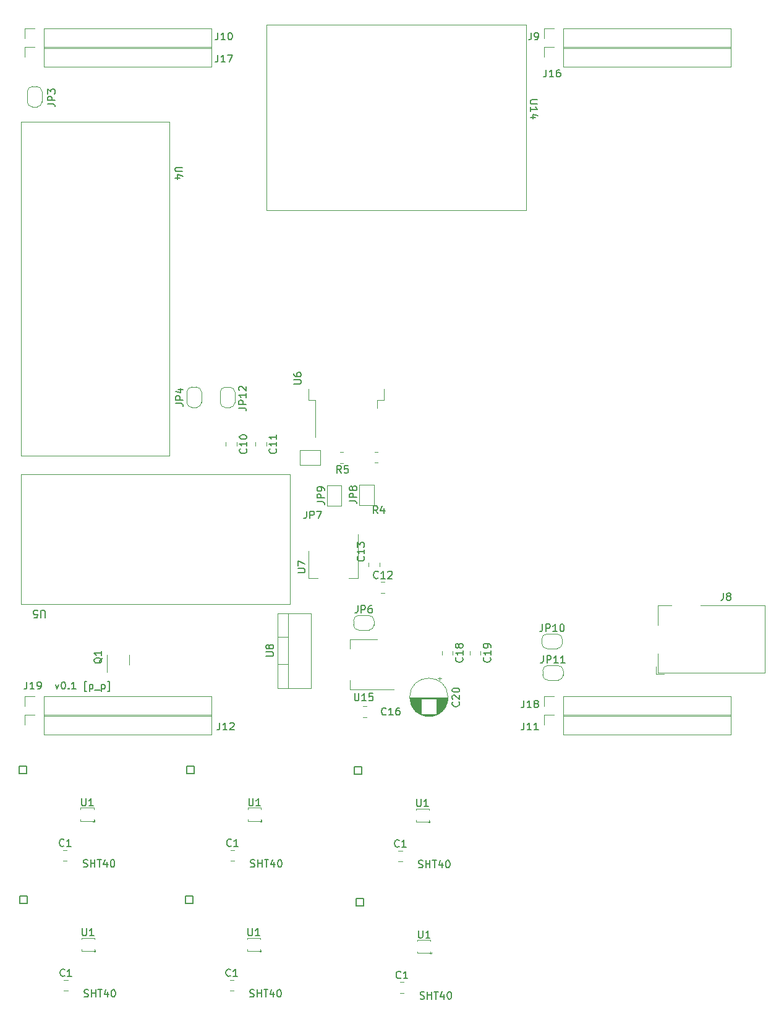
<source format=gbr>
%TF.GenerationSoftware,KiCad,Pcbnew,6.0.7-f9a2dced07~116~ubuntu20.04.1*%
%TF.CreationDate,2022-10-31T15:28:57+01:00*%
%TF.ProjectId,av_citynode_hw,61765f63-6974-4796-9e6f-64655f68772e,rev?*%
%TF.SameCoordinates,Original*%
%TF.FileFunction,Legend,Top*%
%TF.FilePolarity,Positive*%
%FSLAX46Y46*%
G04 Gerber Fmt 4.6, Leading zero omitted, Abs format (unit mm)*
G04 Created by KiCad (PCBNEW 6.0.7-f9a2dced07~116~ubuntu20.04.1) date 2022-10-31 15:28:57*
%MOMM*%
%LPD*%
G01*
G04 APERTURE LIST*
%ADD10C,0.150000*%
%ADD11C,0.120000*%
G04 APERTURE END LIST*
D10*
X-296000Y-77537000D02*
X720000Y-77537000D01*
X720000Y-77537000D02*
X720000Y-78553000D01*
X720000Y-78553000D02*
X-296000Y-78553000D01*
X-296000Y-78553000D02*
X-296000Y-77537000D01*
X-196000Y-95337000D02*
X820000Y-95337000D01*
X820000Y-95337000D02*
X820000Y-96353000D01*
X820000Y-96353000D02*
X-196000Y-96353000D01*
X-196000Y-96353000D02*
X-196000Y-95337000D01*
X22604000Y-77537000D02*
X23620000Y-77537000D01*
X23620000Y-77537000D02*
X23620000Y-78553000D01*
X23620000Y-78553000D02*
X22604000Y-78553000D01*
X22604000Y-78553000D02*
X22604000Y-77537000D01*
X22504000Y-95337000D02*
X23520000Y-95337000D01*
X23520000Y-95337000D02*
X23520000Y-96353000D01*
X23520000Y-96353000D02*
X22504000Y-96353000D01*
X22504000Y-96353000D02*
X22504000Y-95337000D01*
X45826000Y-95622000D02*
X46842000Y-95622000D01*
X46842000Y-95622000D02*
X46842000Y-96638000D01*
X46842000Y-96638000D02*
X45826000Y-96638000D01*
X45826000Y-96638000D02*
X45826000Y-95622000D01*
X45604000Y-77637000D02*
X46620000Y-77637000D01*
X46620000Y-77637000D02*
X46620000Y-78653000D01*
X46620000Y-78653000D02*
X45604000Y-78653000D01*
X45604000Y-78653000D02*
X45604000Y-77637000D01*
X31383142Y-91276761D02*
X31526000Y-91324380D01*
X31764095Y-91324380D01*
X31859333Y-91276761D01*
X31906952Y-91229142D01*
X31954571Y-91133904D01*
X31954571Y-91038666D01*
X31906952Y-90943428D01*
X31859333Y-90895809D01*
X31764095Y-90848190D01*
X31573619Y-90800571D01*
X31478380Y-90752952D01*
X31430761Y-90705333D01*
X31383142Y-90610095D01*
X31383142Y-90514857D01*
X31430761Y-90419619D01*
X31478380Y-90372000D01*
X31573619Y-90324380D01*
X31811714Y-90324380D01*
X31954571Y-90372000D01*
X32383142Y-91324380D02*
X32383142Y-90324380D01*
X32383142Y-90800571D02*
X32954571Y-90800571D01*
X32954571Y-91324380D02*
X32954571Y-90324380D01*
X33287904Y-90324380D02*
X33859333Y-90324380D01*
X33573619Y-91324380D02*
X33573619Y-90324380D01*
X34621238Y-90657714D02*
X34621238Y-91324380D01*
X34383142Y-90276761D02*
X34145047Y-90991047D01*
X34764095Y-90991047D01*
X35335523Y-90324380D02*
X35430761Y-90324380D01*
X35526000Y-90372000D01*
X35573619Y-90419619D01*
X35621238Y-90514857D01*
X35668857Y-90705333D01*
X35668857Y-90943428D01*
X35621238Y-91133904D01*
X35573619Y-91229142D01*
X35526000Y-91276761D01*
X35430761Y-91324380D01*
X35335523Y-91324380D01*
X35240285Y-91276761D01*
X35192666Y-91229142D01*
X35145047Y-91133904D01*
X35097428Y-90943428D01*
X35097428Y-90705333D01*
X35145047Y-90514857D01*
X35192666Y-90419619D01*
X35240285Y-90372000D01*
X35335523Y-90324380D01*
X8483142Y-91276761D02*
X8626000Y-91324380D01*
X8864095Y-91324380D01*
X8959333Y-91276761D01*
X9006952Y-91229142D01*
X9054571Y-91133904D01*
X9054571Y-91038666D01*
X9006952Y-90943428D01*
X8959333Y-90895809D01*
X8864095Y-90848190D01*
X8673619Y-90800571D01*
X8578380Y-90752952D01*
X8530761Y-90705333D01*
X8483142Y-90610095D01*
X8483142Y-90514857D01*
X8530761Y-90419619D01*
X8578380Y-90372000D01*
X8673619Y-90324380D01*
X8911714Y-90324380D01*
X9054571Y-90372000D01*
X9483142Y-91324380D02*
X9483142Y-90324380D01*
X9483142Y-90800571D02*
X10054571Y-90800571D01*
X10054571Y-91324380D02*
X10054571Y-90324380D01*
X10387904Y-90324380D02*
X10959333Y-90324380D01*
X10673619Y-91324380D02*
X10673619Y-90324380D01*
X11721238Y-90657714D02*
X11721238Y-91324380D01*
X11483142Y-90276761D02*
X11245047Y-90991047D01*
X11864095Y-90991047D01*
X12435523Y-90324380D02*
X12530761Y-90324380D01*
X12626000Y-90372000D01*
X12673619Y-90419619D01*
X12721238Y-90514857D01*
X12768857Y-90705333D01*
X12768857Y-90943428D01*
X12721238Y-91133904D01*
X12673619Y-91229142D01*
X12626000Y-91276761D01*
X12530761Y-91324380D01*
X12435523Y-91324380D01*
X12340285Y-91276761D01*
X12292666Y-91229142D01*
X12245047Y-91133904D01*
X12197428Y-90943428D01*
X12197428Y-90705333D01*
X12245047Y-90514857D01*
X12292666Y-90419619D01*
X12340285Y-90372000D01*
X12435523Y-90324380D01*
X54383142Y-91376761D02*
X54526000Y-91424380D01*
X54764095Y-91424380D01*
X54859333Y-91376761D01*
X54906952Y-91329142D01*
X54954571Y-91233904D01*
X54954571Y-91138666D01*
X54906952Y-91043428D01*
X54859333Y-90995809D01*
X54764095Y-90948190D01*
X54573619Y-90900571D01*
X54478380Y-90852952D01*
X54430761Y-90805333D01*
X54383142Y-90710095D01*
X54383142Y-90614857D01*
X54430761Y-90519619D01*
X54478380Y-90472000D01*
X54573619Y-90424380D01*
X54811714Y-90424380D01*
X54954571Y-90472000D01*
X55383142Y-91424380D02*
X55383142Y-90424380D01*
X55383142Y-90900571D02*
X55954571Y-90900571D01*
X55954571Y-91424380D02*
X55954571Y-90424380D01*
X56287904Y-90424380D02*
X56859333Y-90424380D01*
X56573619Y-91424380D02*
X56573619Y-90424380D01*
X57621238Y-90757714D02*
X57621238Y-91424380D01*
X57383142Y-90376761D02*
X57145047Y-91091047D01*
X57764095Y-91091047D01*
X58335523Y-90424380D02*
X58430761Y-90424380D01*
X58526000Y-90472000D01*
X58573619Y-90519619D01*
X58621238Y-90614857D01*
X58668857Y-90805333D01*
X58668857Y-91043428D01*
X58621238Y-91233904D01*
X58573619Y-91329142D01*
X58526000Y-91376761D01*
X58430761Y-91424380D01*
X58335523Y-91424380D01*
X58240285Y-91376761D01*
X58192666Y-91329142D01*
X58145047Y-91233904D01*
X58097428Y-91043428D01*
X58097428Y-90805333D01*
X58145047Y-90614857D01*
X58192666Y-90519619D01*
X58240285Y-90472000D01*
X58335523Y-90424380D01*
X31283142Y-109076761D02*
X31426000Y-109124380D01*
X31664095Y-109124380D01*
X31759333Y-109076761D01*
X31806952Y-109029142D01*
X31854571Y-108933904D01*
X31854571Y-108838666D01*
X31806952Y-108743428D01*
X31759333Y-108695809D01*
X31664095Y-108648190D01*
X31473619Y-108600571D01*
X31378380Y-108552952D01*
X31330761Y-108505333D01*
X31283142Y-108410095D01*
X31283142Y-108314857D01*
X31330761Y-108219619D01*
X31378380Y-108172000D01*
X31473619Y-108124380D01*
X31711714Y-108124380D01*
X31854571Y-108172000D01*
X32283142Y-109124380D02*
X32283142Y-108124380D01*
X32283142Y-108600571D02*
X32854571Y-108600571D01*
X32854571Y-109124380D02*
X32854571Y-108124380D01*
X33187904Y-108124380D02*
X33759333Y-108124380D01*
X33473619Y-109124380D02*
X33473619Y-108124380D01*
X34521238Y-108457714D02*
X34521238Y-109124380D01*
X34283142Y-108076761D02*
X34045047Y-108791047D01*
X34664095Y-108791047D01*
X35235523Y-108124380D02*
X35330761Y-108124380D01*
X35426000Y-108172000D01*
X35473619Y-108219619D01*
X35521238Y-108314857D01*
X35568857Y-108505333D01*
X35568857Y-108743428D01*
X35521238Y-108933904D01*
X35473619Y-109029142D01*
X35426000Y-109076761D01*
X35330761Y-109124380D01*
X35235523Y-109124380D01*
X35140285Y-109076761D01*
X35092666Y-109029142D01*
X35045047Y-108933904D01*
X34997428Y-108743428D01*
X34997428Y-108505333D01*
X35045047Y-108314857D01*
X35092666Y-108219619D01*
X35140285Y-108172000D01*
X35235523Y-108124380D01*
X54605142Y-109361761D02*
X54748000Y-109409380D01*
X54986095Y-109409380D01*
X55081333Y-109361761D01*
X55128952Y-109314142D01*
X55176571Y-109218904D01*
X55176571Y-109123666D01*
X55128952Y-109028428D01*
X55081333Y-108980809D01*
X54986095Y-108933190D01*
X54795619Y-108885571D01*
X54700380Y-108837952D01*
X54652761Y-108790333D01*
X54605142Y-108695095D01*
X54605142Y-108599857D01*
X54652761Y-108504619D01*
X54700380Y-108457000D01*
X54795619Y-108409380D01*
X55033714Y-108409380D01*
X55176571Y-108457000D01*
X55605142Y-109409380D02*
X55605142Y-108409380D01*
X55605142Y-108885571D02*
X56176571Y-108885571D01*
X56176571Y-109409380D02*
X56176571Y-108409380D01*
X56509904Y-108409380D02*
X57081333Y-108409380D01*
X56795619Y-109409380D02*
X56795619Y-108409380D01*
X57843238Y-108742714D02*
X57843238Y-109409380D01*
X57605142Y-108361761D02*
X57367047Y-109076047D01*
X57986095Y-109076047D01*
X58557523Y-108409380D02*
X58652761Y-108409380D01*
X58748000Y-108457000D01*
X58795619Y-108504619D01*
X58843238Y-108599857D01*
X58890857Y-108790333D01*
X58890857Y-109028428D01*
X58843238Y-109218904D01*
X58795619Y-109314142D01*
X58748000Y-109361761D01*
X58652761Y-109409380D01*
X58557523Y-109409380D01*
X58462285Y-109361761D01*
X58414666Y-109314142D01*
X58367047Y-109218904D01*
X58319428Y-109028428D01*
X58319428Y-108790333D01*
X58367047Y-108599857D01*
X58414666Y-108504619D01*
X58462285Y-108457000D01*
X58557523Y-108409380D01*
X8583142Y-109076761D02*
X8726000Y-109124380D01*
X8964095Y-109124380D01*
X9059333Y-109076761D01*
X9106952Y-109029142D01*
X9154571Y-108933904D01*
X9154571Y-108838666D01*
X9106952Y-108743428D01*
X9059333Y-108695809D01*
X8964095Y-108648190D01*
X8773619Y-108600571D01*
X8678380Y-108552952D01*
X8630761Y-108505333D01*
X8583142Y-108410095D01*
X8583142Y-108314857D01*
X8630761Y-108219619D01*
X8678380Y-108172000D01*
X8773619Y-108124380D01*
X9011714Y-108124380D01*
X9154571Y-108172000D01*
X9583142Y-109124380D02*
X9583142Y-108124380D01*
X9583142Y-108600571D02*
X10154571Y-108600571D01*
X10154571Y-109124380D02*
X10154571Y-108124380D01*
X10487904Y-108124380D02*
X11059333Y-108124380D01*
X10773619Y-109124380D02*
X10773619Y-108124380D01*
X11821238Y-108457714D02*
X11821238Y-109124380D01*
X11583142Y-108076761D02*
X11345047Y-108791047D01*
X11964095Y-108791047D01*
X12535523Y-108124380D02*
X12630761Y-108124380D01*
X12726000Y-108172000D01*
X12773619Y-108219619D01*
X12821238Y-108314857D01*
X12868857Y-108505333D01*
X12868857Y-108743428D01*
X12821238Y-108933904D01*
X12773619Y-109029142D01*
X12726000Y-109076761D01*
X12630761Y-109124380D01*
X12535523Y-109124380D01*
X12440285Y-109076761D01*
X12392666Y-109029142D01*
X12345047Y-108933904D01*
X12297428Y-108743428D01*
X12297428Y-108505333D01*
X12345047Y-108314857D01*
X12392666Y-108219619D01*
X12440285Y-108172000D01*
X12535523Y-108124380D01*
%TO.C,C1*%
X28726333Y-88406142D02*
X28678714Y-88453761D01*
X28535857Y-88501380D01*
X28440619Y-88501380D01*
X28297761Y-88453761D01*
X28202523Y-88358523D01*
X28154904Y-88263285D01*
X28107285Y-88072809D01*
X28107285Y-87929952D01*
X28154904Y-87739476D01*
X28202523Y-87644238D01*
X28297761Y-87549000D01*
X28440619Y-87501380D01*
X28535857Y-87501380D01*
X28678714Y-87549000D01*
X28726333Y-87596619D01*
X29678714Y-88501380D02*
X29107285Y-88501380D01*
X29393000Y-88501380D02*
X29393000Y-87501380D01*
X29297761Y-87644238D01*
X29202523Y-87739476D01*
X29107285Y-87787095D01*
%TO.C,J10*%
X26913976Y22927619D02*
X26913976Y22213333D01*
X26866357Y22070476D01*
X26771119Y21975238D01*
X26628261Y21927619D01*
X26533023Y21927619D01*
X27913976Y21927619D02*
X27342547Y21927619D01*
X27628261Y21927619D02*
X27628261Y22927619D01*
X27533023Y22784761D01*
X27437785Y22689523D01*
X27342547Y22641904D01*
X28533023Y22927619D02*
X28628261Y22927619D01*
X28723500Y22880000D01*
X28771119Y22832380D01*
X28818738Y22737142D01*
X28866357Y22546666D01*
X28866357Y22308571D01*
X28818738Y22118095D01*
X28771119Y22022857D01*
X28723500Y21975238D01*
X28628261Y21927619D01*
X28533023Y21927619D01*
X28437785Y21975238D01*
X28390166Y22022857D01*
X28342547Y22118095D01*
X28294928Y22308571D01*
X28294928Y22546666D01*
X28342547Y22737142D01*
X28390166Y22832380D01*
X28437785Y22880000D01*
X28533023Y22927619D01*
%TO.C,U7*%
X37843880Y-51025904D02*
X38653404Y-51025904D01*
X38748642Y-50978285D01*
X38796261Y-50930666D01*
X38843880Y-50835428D01*
X38843880Y-50644952D01*
X38796261Y-50549714D01*
X38748642Y-50502095D01*
X38653404Y-50454476D01*
X37843880Y-50454476D01*
X37843880Y-50073523D02*
X37843880Y-49406857D01*
X38843880Y-49835428D01*
%TO.C,U6*%
X37289880Y-25190904D02*
X38099404Y-25190904D01*
X38194642Y-25143285D01*
X38242261Y-25095666D01*
X38289880Y-25000428D01*
X38289880Y-24809952D01*
X38242261Y-24714714D01*
X38194642Y-24667095D01*
X38099404Y-24619476D01*
X37289880Y-24619476D01*
X37289880Y-23714714D02*
X37289880Y-23905190D01*
X37337500Y-24000428D01*
X37385119Y-24048047D01*
X37527976Y-24143285D01*
X37718452Y-24190904D01*
X38099404Y-24190904D01*
X38194642Y-24143285D01*
X38242261Y-24095666D01*
X38289880Y-24000428D01*
X38289880Y-23809952D01*
X38242261Y-23714714D01*
X38194642Y-23667095D01*
X38099404Y-23619476D01*
X37861309Y-23619476D01*
X37766071Y-23667095D01*
X37718452Y-23714714D01*
X37670833Y-23809952D01*
X37670833Y-24000428D01*
X37718452Y-24095666D01*
X37766071Y-24143285D01*
X37861309Y-24190904D01*
%TO.C,Q1*%
X11067119Y-62678238D02*
X11019500Y-62773476D01*
X10924261Y-62868714D01*
X10781404Y-63011571D01*
X10733785Y-63106809D01*
X10733785Y-63202047D01*
X10971880Y-63154428D02*
X10924261Y-63249666D01*
X10829023Y-63344904D01*
X10638547Y-63392523D01*
X10305214Y-63392523D01*
X10114738Y-63344904D01*
X10019500Y-63249666D01*
X9971880Y-63154428D01*
X9971880Y-62963952D01*
X10019500Y-62868714D01*
X10114738Y-62773476D01*
X10305214Y-62725857D01*
X10638547Y-62725857D01*
X10829023Y-62773476D01*
X10924261Y-62868714D01*
X10971880Y-62963952D01*
X10971880Y-63154428D01*
X10971880Y-61773476D02*
X10971880Y-62344904D01*
X10971880Y-62059190D02*
X9971880Y-62059190D01*
X10114738Y-62154428D01*
X10209976Y-62249666D01*
X10257595Y-62344904D01*
%TO.C,C13*%
X46876642Y-48808857D02*
X46924261Y-48856476D01*
X46971880Y-48999333D01*
X46971880Y-49094571D01*
X46924261Y-49237428D01*
X46829023Y-49332666D01*
X46733785Y-49380285D01*
X46543309Y-49427904D01*
X46400452Y-49427904D01*
X46209976Y-49380285D01*
X46114738Y-49332666D01*
X46019500Y-49237428D01*
X45971880Y-49094571D01*
X45971880Y-48999333D01*
X46019500Y-48856476D01*
X46067119Y-48808857D01*
X46971880Y-47856476D02*
X46971880Y-48427904D01*
X46971880Y-48142190D02*
X45971880Y-48142190D01*
X46114738Y-48237428D01*
X46209976Y-48332666D01*
X46257595Y-48427904D01*
X45971880Y-47523142D02*
X45971880Y-46904095D01*
X46352833Y-47237428D01*
X46352833Y-47094571D01*
X46400452Y-46999333D01*
X46448071Y-46951714D01*
X46543309Y-46904095D01*
X46781404Y-46904095D01*
X46876642Y-46951714D01*
X46924261Y-46999333D01*
X46971880Y-47094571D01*
X46971880Y-47380285D01*
X46924261Y-47475523D01*
X46876642Y-47523142D01*
%TO.C,C1*%
X51948333Y-106491142D02*
X51900714Y-106538761D01*
X51757857Y-106586380D01*
X51662619Y-106586380D01*
X51519761Y-106538761D01*
X51424523Y-106443523D01*
X51376904Y-106348285D01*
X51329285Y-106157809D01*
X51329285Y-106014952D01*
X51376904Y-105824476D01*
X51424523Y-105729238D01*
X51519761Y-105634000D01*
X51662619Y-105586380D01*
X51757857Y-105586380D01*
X51900714Y-105634000D01*
X51948333Y-105681619D01*
X52900714Y-106586380D02*
X52329285Y-106586380D01*
X52615000Y-106586380D02*
X52615000Y-105586380D01*
X52519761Y-105729238D01*
X52424523Y-105824476D01*
X52329285Y-105872095D01*
%TO.C,J11*%
X68823976Y-71560380D02*
X68823976Y-72274666D01*
X68776357Y-72417523D01*
X68681119Y-72512761D01*
X68538261Y-72560380D01*
X68443023Y-72560380D01*
X69823976Y-72560380D02*
X69252547Y-72560380D01*
X69538261Y-72560380D02*
X69538261Y-71560380D01*
X69443023Y-71703238D01*
X69347785Y-71798476D01*
X69252547Y-71846095D01*
X70776357Y-72560380D02*
X70204928Y-72560380D01*
X70490642Y-72560380D02*
X70490642Y-71560380D01*
X70395404Y-71703238D01*
X70300166Y-71798476D01*
X70204928Y-71846095D01*
%TO.C,J17*%
X26913976Y19879619D02*
X26913976Y19165333D01*
X26866357Y19022476D01*
X26771119Y18927238D01*
X26628261Y18879619D01*
X26533023Y18879619D01*
X27913976Y18879619D02*
X27342547Y18879619D01*
X27628261Y18879619D02*
X27628261Y19879619D01*
X27533023Y19736761D01*
X27437785Y19641523D01*
X27342547Y19593904D01*
X28247309Y19879619D02*
X28913976Y19879619D01*
X28485404Y18879619D01*
%TO.C,U1*%
X8351095Y-99742380D02*
X8351095Y-100551904D01*
X8398714Y-100647142D01*
X8446333Y-100694761D01*
X8541571Y-100742380D01*
X8732047Y-100742380D01*
X8827285Y-100694761D01*
X8874904Y-100647142D01*
X8922523Y-100551904D01*
X8922523Y-99742380D01*
X9922523Y-100742380D02*
X9351095Y-100742380D01*
X9636809Y-100742380D02*
X9636809Y-99742380D01*
X9541571Y-99885238D01*
X9446333Y-99980476D01*
X9351095Y-100028095D01*
%TO.C,U5*%
X3212404Y-57161619D02*
X3212404Y-56352095D01*
X3164785Y-56256857D01*
X3117166Y-56209238D01*
X3021928Y-56161619D01*
X2831452Y-56161619D01*
X2736214Y-56209238D01*
X2688595Y-56256857D01*
X2640976Y-56352095D01*
X2640976Y-57161619D01*
X1688595Y-57161619D02*
X2164785Y-57161619D01*
X2212404Y-56685428D01*
X2164785Y-56733047D01*
X2069547Y-56780666D01*
X1831452Y-56780666D01*
X1736214Y-56733047D01*
X1688595Y-56685428D01*
X1640976Y-56590190D01*
X1640976Y-56352095D01*
X1688595Y-56256857D01*
X1736214Y-56209238D01*
X1831452Y-56161619D01*
X2069547Y-56161619D01*
X2164785Y-56209238D01*
X2212404Y-56256857D01*
%TO.C,U1*%
X54373095Y-100027380D02*
X54373095Y-100836904D01*
X54420714Y-100932142D01*
X54468333Y-100979761D01*
X54563571Y-101027380D01*
X54754047Y-101027380D01*
X54849285Y-100979761D01*
X54896904Y-100932142D01*
X54944523Y-100836904D01*
X54944523Y-100027380D01*
X55944523Y-101027380D02*
X55373095Y-101027380D01*
X55658809Y-101027380D02*
X55658809Y-100027380D01*
X55563571Y-100170238D01*
X55468333Y-100265476D01*
X55373095Y-100313095D01*
%TO.C,J19*%
X751976Y-65972380D02*
X751976Y-66686666D01*
X704357Y-66829523D01*
X609119Y-66924761D01*
X466261Y-66972380D01*
X371023Y-66972380D01*
X1751976Y-66972380D02*
X1180547Y-66972380D01*
X1466261Y-66972380D02*
X1466261Y-65972380D01*
X1371023Y-66115238D01*
X1275785Y-66210476D01*
X1180547Y-66258095D01*
X2228166Y-66972380D02*
X2418642Y-66972380D01*
X2513880Y-66924761D01*
X2561500Y-66877142D01*
X2656738Y-66734285D01*
X2704357Y-66543809D01*
X2704357Y-66162857D01*
X2656738Y-66067619D01*
X2609119Y-66020000D01*
X2513880Y-65972380D01*
X2323404Y-65972380D01*
X2228166Y-66020000D01*
X2180547Y-66067619D01*
X2132928Y-66162857D01*
X2132928Y-66400952D01*
X2180547Y-66496190D01*
X2228166Y-66543809D01*
X2323404Y-66591428D01*
X2513880Y-66591428D01*
X2609119Y-66543809D01*
X2656738Y-66496190D01*
X2704357Y-66400952D01*
%TO.C,C18*%
X60367642Y-62651857D02*
X60415261Y-62699476D01*
X60462880Y-62842333D01*
X60462880Y-62937571D01*
X60415261Y-63080428D01*
X60320023Y-63175666D01*
X60224785Y-63223285D01*
X60034309Y-63270904D01*
X59891452Y-63270904D01*
X59700976Y-63223285D01*
X59605738Y-63175666D01*
X59510500Y-63080428D01*
X59462880Y-62937571D01*
X59462880Y-62842333D01*
X59510500Y-62699476D01*
X59558119Y-62651857D01*
X60462880Y-61699476D02*
X60462880Y-62270904D01*
X60462880Y-61985190D02*
X59462880Y-61985190D01*
X59605738Y-62080428D01*
X59700976Y-62175666D01*
X59748595Y-62270904D01*
X59891452Y-61128047D02*
X59843833Y-61223285D01*
X59796214Y-61270904D01*
X59700976Y-61318523D01*
X59653357Y-61318523D01*
X59558119Y-61270904D01*
X59510500Y-61223285D01*
X59462880Y-61128047D01*
X59462880Y-60937571D01*
X59510500Y-60842333D01*
X59558119Y-60794714D01*
X59653357Y-60747095D01*
X59700976Y-60747095D01*
X59796214Y-60794714D01*
X59843833Y-60842333D01*
X59891452Y-60937571D01*
X59891452Y-61128047D01*
X59939071Y-61223285D01*
X59986690Y-61270904D01*
X60081928Y-61318523D01*
X60272404Y-61318523D01*
X60367642Y-61270904D01*
X60415261Y-61223285D01*
X60462880Y-61128047D01*
X60462880Y-60937571D01*
X60415261Y-60842333D01*
X60367642Y-60794714D01*
X60272404Y-60747095D01*
X60081928Y-60747095D01*
X59986690Y-60794714D01*
X59939071Y-60842333D01*
X59891452Y-60937571D01*
%TO.C,JP6*%
X46052166Y-55536380D02*
X46052166Y-56250666D01*
X46004547Y-56393523D01*
X45909309Y-56488761D01*
X45766452Y-56536380D01*
X45671214Y-56536380D01*
X46528357Y-56536380D02*
X46528357Y-55536380D01*
X46909309Y-55536380D01*
X47004547Y-55584000D01*
X47052166Y-55631619D01*
X47099785Y-55726857D01*
X47099785Y-55869714D01*
X47052166Y-55964952D01*
X47004547Y-56012571D01*
X46909309Y-56060190D01*
X46528357Y-56060190D01*
X47956928Y-55536380D02*
X47766452Y-55536380D01*
X47671214Y-55584000D01*
X47623595Y-55631619D01*
X47528357Y-55774476D01*
X47480738Y-55964952D01*
X47480738Y-56345904D01*
X47528357Y-56441142D01*
X47575976Y-56488761D01*
X47671214Y-56536380D01*
X47861690Y-56536380D01*
X47956928Y-56488761D01*
X48004547Y-56441142D01*
X48052166Y-56345904D01*
X48052166Y-56107809D01*
X48004547Y-56012571D01*
X47956928Y-55964952D01*
X47861690Y-55917333D01*
X47671214Y-55917333D01*
X47575976Y-55964952D01*
X47528357Y-56012571D01*
X47480738Y-56107809D01*
%TO.C,U1*%
X54151095Y-82042380D02*
X54151095Y-82851904D01*
X54198714Y-82947142D01*
X54246333Y-82994761D01*
X54341571Y-83042380D01*
X54532047Y-83042380D01*
X54627285Y-82994761D01*
X54674904Y-82947142D01*
X54722523Y-82851904D01*
X54722523Y-82042380D01*
X55722523Y-83042380D02*
X55151095Y-83042380D01*
X55436809Y-83042380D02*
X55436809Y-82042380D01*
X55341571Y-82185238D01*
X55246333Y-82280476D01*
X55151095Y-82328095D01*
%TO.C,C1*%
X5826333Y-88406142D02*
X5778714Y-88453761D01*
X5635857Y-88501380D01*
X5540619Y-88501380D01*
X5397761Y-88453761D01*
X5302523Y-88358523D01*
X5254904Y-88263285D01*
X5207285Y-88072809D01*
X5207285Y-87929952D01*
X5254904Y-87739476D01*
X5302523Y-87644238D01*
X5397761Y-87549000D01*
X5540619Y-87501380D01*
X5635857Y-87501380D01*
X5778714Y-87549000D01*
X5826333Y-87596619D01*
X6778714Y-88501380D02*
X6207285Y-88501380D01*
X6493000Y-88501380D02*
X6493000Y-87501380D01*
X6397761Y-87644238D01*
X6302523Y-87739476D01*
X6207285Y-87787095D01*
%TO.C,C19*%
X64177642Y-62651857D02*
X64225261Y-62699476D01*
X64272880Y-62842333D01*
X64272880Y-62937571D01*
X64225261Y-63080428D01*
X64130023Y-63175666D01*
X64034785Y-63223285D01*
X63844309Y-63270904D01*
X63701452Y-63270904D01*
X63510976Y-63223285D01*
X63415738Y-63175666D01*
X63320500Y-63080428D01*
X63272880Y-62937571D01*
X63272880Y-62842333D01*
X63320500Y-62699476D01*
X63368119Y-62651857D01*
X64272880Y-61699476D02*
X64272880Y-62270904D01*
X64272880Y-61985190D02*
X63272880Y-61985190D01*
X63415738Y-62080428D01*
X63510976Y-62175666D01*
X63558595Y-62270904D01*
X64272880Y-61223285D02*
X64272880Y-61032809D01*
X64225261Y-60937571D01*
X64177642Y-60889952D01*
X64034785Y-60794714D01*
X63844309Y-60747095D01*
X63463357Y-60747095D01*
X63368119Y-60794714D01*
X63320500Y-60842333D01*
X63272880Y-60937571D01*
X63272880Y-61128047D01*
X63320500Y-61223285D01*
X63368119Y-61270904D01*
X63463357Y-61318523D01*
X63701452Y-61318523D01*
X63796690Y-61270904D01*
X63844309Y-61223285D01*
X63891928Y-61128047D01*
X63891928Y-60937571D01*
X63844309Y-60842333D01*
X63796690Y-60794714D01*
X63701452Y-60747095D01*
%TO.C,U16*%
X4657595Y-66305714D02*
X4895690Y-66972380D01*
X5133785Y-66305714D01*
X5705214Y-65972380D02*
X5800452Y-65972380D01*
X5895690Y-66020000D01*
X5943309Y-66067619D01*
X5990928Y-66162857D01*
X6038547Y-66353333D01*
X6038547Y-66591428D01*
X5990928Y-66781904D01*
X5943309Y-66877142D01*
X5895690Y-66924761D01*
X5800452Y-66972380D01*
X5705214Y-66972380D01*
X5609976Y-66924761D01*
X5562357Y-66877142D01*
X5514738Y-66781904D01*
X5467119Y-66591428D01*
X5467119Y-66353333D01*
X5514738Y-66162857D01*
X5562357Y-66067619D01*
X5609976Y-66020000D01*
X5705214Y-65972380D01*
X6467119Y-66877142D02*
X6514738Y-66924761D01*
X6467119Y-66972380D01*
X6419500Y-66924761D01*
X6467119Y-66877142D01*
X6467119Y-66972380D01*
X7467119Y-66972380D02*
X6895690Y-66972380D01*
X7181404Y-66972380D02*
X7181404Y-65972380D01*
X7086166Y-66115238D01*
X6990928Y-66210476D01*
X6895690Y-66258095D01*
X8943309Y-67305714D02*
X8705214Y-67305714D01*
X8705214Y-65877142D01*
X8943309Y-65877142D01*
X9324261Y-66305714D02*
X9324261Y-67305714D01*
X9324261Y-66353333D02*
X9419500Y-66305714D01*
X9609976Y-66305714D01*
X9705214Y-66353333D01*
X9752833Y-66400952D01*
X9800452Y-66496190D01*
X9800452Y-66781904D01*
X9752833Y-66877142D01*
X9705214Y-66924761D01*
X9609976Y-66972380D01*
X9419500Y-66972380D01*
X9324261Y-66924761D01*
X9990928Y-67067619D02*
X10752833Y-67067619D01*
X10990928Y-66305714D02*
X10990928Y-67305714D01*
X10990928Y-66353333D02*
X11086166Y-66305714D01*
X11276642Y-66305714D01*
X11371880Y-66353333D01*
X11419500Y-66400952D01*
X11467119Y-66496190D01*
X11467119Y-66781904D01*
X11419500Y-66877142D01*
X11371880Y-66924761D01*
X11276642Y-66972380D01*
X11086166Y-66972380D01*
X10990928Y-66924761D01*
X11800452Y-67305714D02*
X12038547Y-67305714D01*
X12038547Y-65877142D01*
X11800452Y-65877142D01*
%TO.C,C12*%
X48858642Y-51735142D02*
X48811023Y-51782761D01*
X48668166Y-51830380D01*
X48572928Y-51830380D01*
X48430071Y-51782761D01*
X48334833Y-51687523D01*
X48287214Y-51592285D01*
X48239595Y-51401809D01*
X48239595Y-51258952D01*
X48287214Y-51068476D01*
X48334833Y-50973238D01*
X48430071Y-50878000D01*
X48572928Y-50830380D01*
X48668166Y-50830380D01*
X48811023Y-50878000D01*
X48858642Y-50925619D01*
X49811023Y-51830380D02*
X49239595Y-51830380D01*
X49525309Y-51830380D02*
X49525309Y-50830380D01*
X49430071Y-50973238D01*
X49334833Y-51068476D01*
X49239595Y-51116095D01*
X50191976Y-50925619D02*
X50239595Y-50878000D01*
X50334833Y-50830380D01*
X50572928Y-50830380D01*
X50668166Y-50878000D01*
X50715785Y-50925619D01*
X50763404Y-51020857D01*
X50763404Y-51116095D01*
X50715785Y-51258952D01*
X50144357Y-51830380D01*
X50763404Y-51830380D01*
%TO.C,JP9*%
X40488880Y-41281333D02*
X41203166Y-41281333D01*
X41346023Y-41328952D01*
X41441261Y-41424190D01*
X41488880Y-41567047D01*
X41488880Y-41662285D01*
X41488880Y-40805142D02*
X40488880Y-40805142D01*
X40488880Y-40424190D01*
X40536500Y-40328952D01*
X40584119Y-40281333D01*
X40679357Y-40233714D01*
X40822214Y-40233714D01*
X40917452Y-40281333D01*
X40965071Y-40328952D01*
X41012690Y-40424190D01*
X41012690Y-40805142D01*
X41488880Y-39757523D02*
X41488880Y-39567047D01*
X41441261Y-39471809D01*
X41393642Y-39424190D01*
X41250785Y-39328952D01*
X41060309Y-39281333D01*
X40679357Y-39281333D01*
X40584119Y-39328952D01*
X40536500Y-39376571D01*
X40488880Y-39471809D01*
X40488880Y-39662285D01*
X40536500Y-39757523D01*
X40584119Y-39805142D01*
X40679357Y-39852761D01*
X40917452Y-39852761D01*
X41012690Y-39805142D01*
X41060309Y-39757523D01*
X41107928Y-39662285D01*
X41107928Y-39471809D01*
X41060309Y-39376571D01*
X41012690Y-39328952D01*
X40917452Y-39281333D01*
%TO.C,J12*%
X27167976Y-71560380D02*
X27167976Y-72274666D01*
X27120357Y-72417523D01*
X27025119Y-72512761D01*
X26882261Y-72560380D01*
X26787023Y-72560380D01*
X28167976Y-72560380D02*
X27596547Y-72560380D01*
X27882261Y-72560380D02*
X27882261Y-71560380D01*
X27787023Y-71703238D01*
X27691785Y-71798476D01*
X27596547Y-71846095D01*
X28548928Y-71655619D02*
X28596547Y-71608000D01*
X28691785Y-71560380D01*
X28929880Y-71560380D01*
X29025119Y-71608000D01*
X29072738Y-71655619D01*
X29120357Y-71750857D01*
X29120357Y-71846095D01*
X29072738Y-71988952D01*
X28501309Y-72560380D01*
X29120357Y-72560380D01*
%TO.C,C11*%
X34840642Y-34076857D02*
X34888261Y-34124476D01*
X34935880Y-34267333D01*
X34935880Y-34362571D01*
X34888261Y-34505428D01*
X34793023Y-34600666D01*
X34697785Y-34648285D01*
X34507309Y-34695904D01*
X34364452Y-34695904D01*
X34173976Y-34648285D01*
X34078738Y-34600666D01*
X33983500Y-34505428D01*
X33935880Y-34362571D01*
X33935880Y-34267333D01*
X33983500Y-34124476D01*
X34031119Y-34076857D01*
X34935880Y-33124476D02*
X34935880Y-33695904D01*
X34935880Y-33410190D02*
X33935880Y-33410190D01*
X34078738Y-33505428D01*
X34173976Y-33600666D01*
X34221595Y-33695904D01*
X34935880Y-32172095D02*
X34935880Y-32743523D01*
X34935880Y-32457809D02*
X33935880Y-32457809D01*
X34078738Y-32553047D01*
X34173976Y-32648285D01*
X34221595Y-32743523D01*
%TO.C,U4*%
X22048119Y4472904D02*
X21238595Y4472904D01*
X21143357Y4425285D01*
X21095738Y4377666D01*
X21048119Y4282428D01*
X21048119Y4091952D01*
X21095738Y3996714D01*
X21143357Y3949095D01*
X21238595Y3901476D01*
X22048119Y3901476D01*
X21714785Y2996714D02*
X21048119Y2996714D01*
X22095738Y3234809D02*
X21381452Y3472904D01*
X21381452Y2853857D01*
%TO.C,C1*%
X51726333Y-88506142D02*
X51678714Y-88553761D01*
X51535857Y-88601380D01*
X51440619Y-88601380D01*
X51297761Y-88553761D01*
X51202523Y-88458523D01*
X51154904Y-88363285D01*
X51107285Y-88172809D01*
X51107285Y-88029952D01*
X51154904Y-87839476D01*
X51202523Y-87744238D01*
X51297761Y-87649000D01*
X51440619Y-87601380D01*
X51535857Y-87601380D01*
X51678714Y-87649000D01*
X51726333Y-87696619D01*
X52678714Y-88601380D02*
X52107285Y-88601380D01*
X52393000Y-88601380D02*
X52393000Y-87601380D01*
X52297761Y-87744238D01*
X52202523Y-87839476D01*
X52107285Y-87887095D01*
X5926333Y-106206142D02*
X5878714Y-106253761D01*
X5735857Y-106301380D01*
X5640619Y-106301380D01*
X5497761Y-106253761D01*
X5402523Y-106158523D01*
X5354904Y-106063285D01*
X5307285Y-105872809D01*
X5307285Y-105729952D01*
X5354904Y-105539476D01*
X5402523Y-105444238D01*
X5497761Y-105349000D01*
X5640619Y-105301380D01*
X5735857Y-105301380D01*
X5878714Y-105349000D01*
X5926333Y-105396619D01*
X6878714Y-106301380D02*
X6307285Y-106301380D01*
X6593000Y-106301380D02*
X6593000Y-105301380D01*
X6497761Y-105444238D01*
X6402523Y-105539476D01*
X6307285Y-105587095D01*
%TO.C,R4*%
X48789333Y-42915380D02*
X48456000Y-42439190D01*
X48217904Y-42915380D02*
X48217904Y-41915380D01*
X48598857Y-41915380D01*
X48694095Y-41963000D01*
X48741714Y-42010619D01*
X48789333Y-42105857D01*
X48789333Y-42248714D01*
X48741714Y-42343952D01*
X48694095Y-42391571D01*
X48598857Y-42439190D01*
X48217904Y-42439190D01*
X49646476Y-42248714D02*
X49646476Y-42915380D01*
X49408380Y-41867761D02*
X49170285Y-42582047D01*
X49789333Y-42582047D01*
%TO.C,JP10*%
X71356976Y-58076380D02*
X71356976Y-58790666D01*
X71309357Y-58933523D01*
X71214119Y-59028761D01*
X71071261Y-59076380D01*
X70976023Y-59076380D01*
X71833166Y-59076380D02*
X71833166Y-58076380D01*
X72214119Y-58076380D01*
X72309357Y-58124000D01*
X72356976Y-58171619D01*
X72404595Y-58266857D01*
X72404595Y-58409714D01*
X72356976Y-58504952D01*
X72309357Y-58552571D01*
X72214119Y-58600190D01*
X71833166Y-58600190D01*
X73356976Y-59076380D02*
X72785547Y-59076380D01*
X73071261Y-59076380D02*
X73071261Y-58076380D01*
X72976023Y-58219238D01*
X72880785Y-58314476D01*
X72785547Y-58362095D01*
X73976023Y-58076380D02*
X74071261Y-58076380D01*
X74166500Y-58124000D01*
X74214119Y-58171619D01*
X74261738Y-58266857D01*
X74309357Y-58457333D01*
X74309357Y-58695428D01*
X74261738Y-58885904D01*
X74214119Y-58981142D01*
X74166500Y-59028761D01*
X74071261Y-59076380D01*
X73976023Y-59076380D01*
X73880785Y-59028761D01*
X73833166Y-58981142D01*
X73785547Y-58885904D01*
X73737928Y-58695428D01*
X73737928Y-58457333D01*
X73785547Y-58266857D01*
X73833166Y-58171619D01*
X73880785Y-58124000D01*
X73976023Y-58076380D01*
%TO.C,JP11*%
X71483976Y-62394380D02*
X71483976Y-63108666D01*
X71436357Y-63251523D01*
X71341119Y-63346761D01*
X71198261Y-63394380D01*
X71103023Y-63394380D01*
X71960166Y-63394380D02*
X71960166Y-62394380D01*
X72341119Y-62394380D01*
X72436357Y-62442000D01*
X72483976Y-62489619D01*
X72531595Y-62584857D01*
X72531595Y-62727714D01*
X72483976Y-62822952D01*
X72436357Y-62870571D01*
X72341119Y-62918190D01*
X71960166Y-62918190D01*
X73483976Y-63394380D02*
X72912547Y-63394380D01*
X73198261Y-63394380D02*
X73198261Y-62394380D01*
X73103023Y-62537238D01*
X73007785Y-62632476D01*
X72912547Y-62680095D01*
X74436357Y-63394380D02*
X73864928Y-63394380D01*
X74150642Y-63394380D02*
X74150642Y-62394380D01*
X74055404Y-62537238D01*
X73960166Y-62632476D01*
X73864928Y-62680095D01*
%TO.C,J16*%
X71871976Y17847619D02*
X71871976Y17133333D01*
X71824357Y16990476D01*
X71729119Y16895238D01*
X71586261Y16847619D01*
X71491023Y16847619D01*
X72871976Y16847619D02*
X72300547Y16847619D01*
X72586261Y16847619D02*
X72586261Y17847619D01*
X72491023Y17704761D01*
X72395785Y17609523D01*
X72300547Y17561904D01*
X73729119Y17847619D02*
X73538642Y17847619D01*
X73443404Y17800000D01*
X73395785Y17752380D01*
X73300547Y17609523D01*
X73252928Y17419047D01*
X73252928Y17038095D01*
X73300547Y16942857D01*
X73348166Y16895238D01*
X73443404Y16847619D01*
X73633880Y16847619D01*
X73729119Y16895238D01*
X73776738Y16942857D01*
X73824357Y17038095D01*
X73824357Y17276190D01*
X73776738Y17371428D01*
X73729119Y17419047D01*
X73633880Y17466666D01*
X73443404Y17466666D01*
X73348166Y17419047D01*
X73300547Y17371428D01*
X73252928Y17276190D01*
%TO.C,U1*%
X31151095Y-81942380D02*
X31151095Y-82751904D01*
X31198714Y-82847142D01*
X31246333Y-82894761D01*
X31341571Y-82942380D01*
X31532047Y-82942380D01*
X31627285Y-82894761D01*
X31674904Y-82847142D01*
X31722523Y-82751904D01*
X31722523Y-81942380D01*
X32722523Y-82942380D02*
X32151095Y-82942380D01*
X32436809Y-82942380D02*
X32436809Y-81942380D01*
X32341571Y-82085238D01*
X32246333Y-82180476D01*
X32151095Y-82228095D01*
%TO.C,JP12*%
X29783880Y-28459523D02*
X30498166Y-28459523D01*
X30641023Y-28507142D01*
X30736261Y-28602380D01*
X30783880Y-28745238D01*
X30783880Y-28840476D01*
X30783880Y-27983333D02*
X29783880Y-27983333D01*
X29783880Y-27602380D01*
X29831500Y-27507142D01*
X29879119Y-27459523D01*
X29974357Y-27411904D01*
X30117214Y-27411904D01*
X30212452Y-27459523D01*
X30260071Y-27507142D01*
X30307690Y-27602380D01*
X30307690Y-27983333D01*
X30783880Y-26459523D02*
X30783880Y-27030952D01*
X30783880Y-26745238D02*
X29783880Y-26745238D01*
X29926738Y-26840476D01*
X30021976Y-26935714D01*
X30069595Y-27030952D01*
X29879119Y-26078571D02*
X29831500Y-26030952D01*
X29783880Y-25935714D01*
X29783880Y-25697619D01*
X29831500Y-25602380D01*
X29879119Y-25554761D01*
X29974357Y-25507142D01*
X30069595Y-25507142D01*
X30212452Y-25554761D01*
X30783880Y-26126190D01*
X30783880Y-25507142D01*
%TO.C,U1*%
X8251095Y-81942380D02*
X8251095Y-82751904D01*
X8298714Y-82847142D01*
X8346333Y-82894761D01*
X8441571Y-82942380D01*
X8632047Y-82942380D01*
X8727285Y-82894761D01*
X8774904Y-82847142D01*
X8822523Y-82751904D01*
X8822523Y-81942380D01*
X9822523Y-82942380D02*
X9251095Y-82942380D01*
X9536809Y-82942380D02*
X9536809Y-81942380D01*
X9441571Y-82085238D01*
X9346333Y-82180476D01*
X9251095Y-82228095D01*
%TO.C,J18*%
X68823976Y-68512380D02*
X68823976Y-69226666D01*
X68776357Y-69369523D01*
X68681119Y-69464761D01*
X68538261Y-69512380D01*
X68443023Y-69512380D01*
X69823976Y-69512380D02*
X69252547Y-69512380D01*
X69538261Y-69512380D02*
X69538261Y-68512380D01*
X69443023Y-68655238D01*
X69347785Y-68750476D01*
X69252547Y-68798095D01*
X70395404Y-68940952D02*
X70300166Y-68893333D01*
X70252547Y-68845714D01*
X70204928Y-68750476D01*
X70204928Y-68702857D01*
X70252547Y-68607619D01*
X70300166Y-68560000D01*
X70395404Y-68512380D01*
X70585880Y-68512380D01*
X70681119Y-68560000D01*
X70728738Y-68607619D01*
X70776357Y-68702857D01*
X70776357Y-68750476D01*
X70728738Y-68845714D01*
X70681119Y-68893333D01*
X70585880Y-68940952D01*
X70395404Y-68940952D01*
X70300166Y-68988571D01*
X70252547Y-69036190D01*
X70204928Y-69131428D01*
X70204928Y-69321904D01*
X70252547Y-69417142D01*
X70300166Y-69464761D01*
X70395404Y-69512380D01*
X70585880Y-69512380D01*
X70681119Y-69464761D01*
X70728738Y-69417142D01*
X70776357Y-69321904D01*
X70776357Y-69131428D01*
X70728738Y-69036190D01*
X70681119Y-68988571D01*
X70585880Y-68940952D01*
%TO.C,C1*%
X28626333Y-106206142D02*
X28578714Y-106253761D01*
X28435857Y-106301380D01*
X28340619Y-106301380D01*
X28197761Y-106253761D01*
X28102523Y-106158523D01*
X28054904Y-106063285D01*
X28007285Y-105872809D01*
X28007285Y-105729952D01*
X28054904Y-105539476D01*
X28102523Y-105444238D01*
X28197761Y-105349000D01*
X28340619Y-105301380D01*
X28435857Y-105301380D01*
X28578714Y-105349000D01*
X28626333Y-105396619D01*
X29578714Y-106301380D02*
X29007285Y-106301380D01*
X29293000Y-106301380D02*
X29293000Y-105301380D01*
X29197761Y-105444238D01*
X29102523Y-105539476D01*
X29007285Y-105587095D01*
%TO.C,JP7*%
X39042966Y-42604380D02*
X39042966Y-43318666D01*
X38995347Y-43461523D01*
X38900109Y-43556761D01*
X38757252Y-43604380D01*
X38662014Y-43604380D01*
X39519157Y-43604380D02*
X39519157Y-42604380D01*
X39900109Y-42604380D01*
X39995347Y-42652000D01*
X40042966Y-42699619D01*
X40090585Y-42794857D01*
X40090585Y-42937714D01*
X40042966Y-43032952D01*
X39995347Y-43080571D01*
X39900109Y-43128190D01*
X39519157Y-43128190D01*
X40423919Y-42604380D02*
X41090585Y-42604380D01*
X40662014Y-43604380D01*
%TO.C,C10*%
X30776642Y-34076857D02*
X30824261Y-34124476D01*
X30871880Y-34267333D01*
X30871880Y-34362571D01*
X30824261Y-34505428D01*
X30729023Y-34600666D01*
X30633785Y-34648285D01*
X30443309Y-34695904D01*
X30300452Y-34695904D01*
X30109976Y-34648285D01*
X30014738Y-34600666D01*
X29919500Y-34505428D01*
X29871880Y-34362571D01*
X29871880Y-34267333D01*
X29919500Y-34124476D01*
X29967119Y-34076857D01*
X30871880Y-33124476D02*
X30871880Y-33695904D01*
X30871880Y-33410190D02*
X29871880Y-33410190D01*
X30014738Y-33505428D01*
X30109976Y-33600666D01*
X30157595Y-33695904D01*
X29871880Y-32505428D02*
X29871880Y-32410190D01*
X29919500Y-32314952D01*
X29967119Y-32267333D01*
X30062357Y-32219714D01*
X30252833Y-32172095D01*
X30490928Y-32172095D01*
X30681404Y-32219714D01*
X30776642Y-32267333D01*
X30824261Y-32314952D01*
X30871880Y-32410190D01*
X30871880Y-32505428D01*
X30824261Y-32600666D01*
X30776642Y-32648285D01*
X30681404Y-32695904D01*
X30490928Y-32743523D01*
X30252833Y-32743523D01*
X30062357Y-32695904D01*
X29967119Y-32648285D01*
X29919500Y-32600666D01*
X29871880Y-32505428D01*
%TO.C,U8*%
X33502880Y-62455904D02*
X34312404Y-62455904D01*
X34407642Y-62408285D01*
X34455261Y-62360666D01*
X34502880Y-62265428D01*
X34502880Y-62074952D01*
X34455261Y-61979714D01*
X34407642Y-61932095D01*
X34312404Y-61884476D01*
X33502880Y-61884476D01*
X33931452Y-61265428D02*
X33883833Y-61360666D01*
X33836214Y-61408285D01*
X33740976Y-61455904D01*
X33693357Y-61455904D01*
X33598119Y-61408285D01*
X33550500Y-61360666D01*
X33502880Y-61265428D01*
X33502880Y-61074952D01*
X33550500Y-60979714D01*
X33598119Y-60932095D01*
X33693357Y-60884476D01*
X33740976Y-60884476D01*
X33836214Y-60932095D01*
X33883833Y-60979714D01*
X33931452Y-61074952D01*
X33931452Y-61265428D01*
X33979071Y-61360666D01*
X34026690Y-61408285D01*
X34121928Y-61455904D01*
X34312404Y-61455904D01*
X34407642Y-61408285D01*
X34455261Y-61360666D01*
X34502880Y-61265428D01*
X34502880Y-61074952D01*
X34455261Y-60979714D01*
X34407642Y-60932095D01*
X34312404Y-60884476D01*
X34121928Y-60884476D01*
X34026690Y-60932095D01*
X33979071Y-60979714D01*
X33931452Y-61074952D01*
%TO.C,JP4*%
X21147880Y-27841333D02*
X21862166Y-27841333D01*
X22005023Y-27888952D01*
X22100261Y-27984190D01*
X22147880Y-28127047D01*
X22147880Y-28222285D01*
X22147880Y-27365142D02*
X21147880Y-27365142D01*
X21147880Y-26984190D01*
X21195500Y-26888952D01*
X21243119Y-26841333D01*
X21338357Y-26793714D01*
X21481214Y-26793714D01*
X21576452Y-26841333D01*
X21624071Y-26888952D01*
X21671690Y-26984190D01*
X21671690Y-27365142D01*
X21481214Y-25936571D02*
X22147880Y-25936571D01*
X21100261Y-26174666D02*
X21814547Y-26412761D01*
X21814547Y-25793714D01*
%TO.C,R5*%
X43812833Y-37381380D02*
X43479500Y-36905190D01*
X43241404Y-37381380D02*
X43241404Y-36381380D01*
X43622357Y-36381380D01*
X43717595Y-36429000D01*
X43765214Y-36476619D01*
X43812833Y-36571857D01*
X43812833Y-36714714D01*
X43765214Y-36809952D01*
X43717595Y-36857571D01*
X43622357Y-36905190D01*
X43241404Y-36905190D01*
X44717595Y-36381380D02*
X44241404Y-36381380D01*
X44193785Y-36857571D01*
X44241404Y-36809952D01*
X44336642Y-36762333D01*
X44574738Y-36762333D01*
X44669976Y-36809952D01*
X44717595Y-36857571D01*
X44765214Y-36952809D01*
X44765214Y-37190904D01*
X44717595Y-37286142D01*
X44669976Y-37333761D01*
X44574738Y-37381380D01*
X44336642Y-37381380D01*
X44241404Y-37333761D01*
X44193785Y-37286142D01*
%TO.C,U14*%
X70689119Y13712095D02*
X69879595Y13712095D01*
X69784357Y13664476D01*
X69736738Y13616857D01*
X69689119Y13521619D01*
X69689119Y13331142D01*
X69736738Y13235904D01*
X69784357Y13188285D01*
X69879595Y13140666D01*
X70689119Y13140666D01*
X69689119Y12140666D02*
X69689119Y12712095D01*
X69689119Y12426380D02*
X70689119Y12426380D01*
X70546261Y12521619D01*
X70451023Y12616857D01*
X70403404Y12712095D01*
X70355785Y11283523D02*
X69689119Y11283523D01*
X70736738Y11521619D02*
X70022452Y11759714D01*
X70022452Y11140666D01*
%TO.C,U1*%
X31051095Y-99742380D02*
X31051095Y-100551904D01*
X31098714Y-100647142D01*
X31146333Y-100694761D01*
X31241571Y-100742380D01*
X31432047Y-100742380D01*
X31527285Y-100694761D01*
X31574904Y-100647142D01*
X31622523Y-100551904D01*
X31622523Y-99742380D01*
X32622523Y-100742380D02*
X32051095Y-100742380D01*
X32336809Y-100742380D02*
X32336809Y-99742380D01*
X32241571Y-99885238D01*
X32146333Y-99980476D01*
X32051095Y-100028095D01*
%TO.C,JP8*%
X44933880Y-41191333D02*
X45648166Y-41191333D01*
X45791023Y-41238952D01*
X45886261Y-41334190D01*
X45933880Y-41477047D01*
X45933880Y-41572285D01*
X45933880Y-40715142D02*
X44933880Y-40715142D01*
X44933880Y-40334190D01*
X44981500Y-40238952D01*
X45029119Y-40191333D01*
X45124357Y-40143714D01*
X45267214Y-40143714D01*
X45362452Y-40191333D01*
X45410071Y-40238952D01*
X45457690Y-40334190D01*
X45457690Y-40715142D01*
X45362452Y-39572285D02*
X45314833Y-39667523D01*
X45267214Y-39715142D01*
X45171976Y-39762761D01*
X45124357Y-39762761D01*
X45029119Y-39715142D01*
X44981500Y-39667523D01*
X44933880Y-39572285D01*
X44933880Y-39381809D01*
X44981500Y-39286571D01*
X45029119Y-39238952D01*
X45124357Y-39191333D01*
X45171976Y-39191333D01*
X45267214Y-39238952D01*
X45314833Y-39286571D01*
X45362452Y-39381809D01*
X45362452Y-39572285D01*
X45410071Y-39667523D01*
X45457690Y-39715142D01*
X45552928Y-39762761D01*
X45743404Y-39762761D01*
X45838642Y-39715142D01*
X45886261Y-39667523D01*
X45933880Y-39572285D01*
X45933880Y-39381809D01*
X45886261Y-39286571D01*
X45838642Y-39238952D01*
X45743404Y-39191333D01*
X45552928Y-39191333D01*
X45457690Y-39238952D01*
X45410071Y-39286571D01*
X45362452Y-39381809D01*
%TO.C,C20*%
X59897642Y-68731745D02*
X59945261Y-68779364D01*
X59992880Y-68922221D01*
X59992880Y-69017459D01*
X59945261Y-69160316D01*
X59850023Y-69255554D01*
X59754785Y-69303173D01*
X59564309Y-69350792D01*
X59421452Y-69350792D01*
X59230976Y-69303173D01*
X59135738Y-69255554D01*
X59040500Y-69160316D01*
X58992880Y-69017459D01*
X58992880Y-68922221D01*
X59040500Y-68779364D01*
X59088119Y-68731745D01*
X59088119Y-68350792D02*
X59040500Y-68303173D01*
X58992880Y-68207935D01*
X58992880Y-67969840D01*
X59040500Y-67874602D01*
X59088119Y-67826983D01*
X59183357Y-67779364D01*
X59278595Y-67779364D01*
X59421452Y-67826983D01*
X59992880Y-68398411D01*
X59992880Y-67779364D01*
X58992880Y-67160316D02*
X58992880Y-67065078D01*
X59040500Y-66969840D01*
X59088119Y-66922221D01*
X59183357Y-66874602D01*
X59373833Y-66826983D01*
X59611928Y-66826983D01*
X59802404Y-66874602D01*
X59897642Y-66922221D01*
X59945261Y-66969840D01*
X59992880Y-67065078D01*
X59992880Y-67160316D01*
X59945261Y-67255554D01*
X59897642Y-67303173D01*
X59802404Y-67350792D01*
X59611928Y-67398411D01*
X59373833Y-67398411D01*
X59183357Y-67350792D01*
X59088119Y-67303173D01*
X59040500Y-67255554D01*
X58992880Y-67160316D01*
%TO.C,C16*%
X49940642Y-70433142D02*
X49893023Y-70480761D01*
X49750166Y-70528380D01*
X49654928Y-70528380D01*
X49512071Y-70480761D01*
X49416833Y-70385523D01*
X49369214Y-70290285D01*
X49321595Y-70099809D01*
X49321595Y-69956952D01*
X49369214Y-69766476D01*
X49416833Y-69671238D01*
X49512071Y-69576000D01*
X49654928Y-69528380D01*
X49750166Y-69528380D01*
X49893023Y-69576000D01*
X49940642Y-69623619D01*
X50893023Y-70528380D02*
X50321595Y-70528380D01*
X50607309Y-70528380D02*
X50607309Y-69528380D01*
X50512071Y-69671238D01*
X50416833Y-69766476D01*
X50321595Y-69814095D01*
X51750166Y-69528380D02*
X51559690Y-69528380D01*
X51464452Y-69576000D01*
X51416833Y-69623619D01*
X51321595Y-69766476D01*
X51273976Y-69956952D01*
X51273976Y-70337904D01*
X51321595Y-70433142D01*
X51369214Y-70480761D01*
X51464452Y-70528380D01*
X51654928Y-70528380D01*
X51750166Y-70480761D01*
X51797785Y-70433142D01*
X51845404Y-70337904D01*
X51845404Y-70099809D01*
X51797785Y-70004571D01*
X51750166Y-69956952D01*
X51654928Y-69909333D01*
X51464452Y-69909333D01*
X51369214Y-69956952D01*
X51321595Y-70004571D01*
X51273976Y-70099809D01*
%TO.C,U15*%
X45637404Y-67551380D02*
X45637404Y-68360904D01*
X45685023Y-68456142D01*
X45732642Y-68503761D01*
X45827880Y-68551380D01*
X46018357Y-68551380D01*
X46113595Y-68503761D01*
X46161214Y-68456142D01*
X46208833Y-68360904D01*
X46208833Y-67551380D01*
X47208833Y-68551380D02*
X46637404Y-68551380D01*
X46923119Y-68551380D02*
X46923119Y-67551380D01*
X46827880Y-67694238D01*
X46732642Y-67789476D01*
X46637404Y-67837095D01*
X48113595Y-67551380D02*
X47637404Y-67551380D01*
X47589785Y-68027571D01*
X47637404Y-67979952D01*
X47732642Y-67932333D01*
X47970738Y-67932333D01*
X48065976Y-67979952D01*
X48113595Y-68027571D01*
X48161214Y-68122809D01*
X48161214Y-68360904D01*
X48113595Y-68456142D01*
X48065976Y-68503761D01*
X47970738Y-68551380D01*
X47732642Y-68551380D01*
X47637404Y-68503761D01*
X47589785Y-68456142D01*
%TO.C,JP3*%
X3621880Y13164666D02*
X4336166Y13164666D01*
X4479023Y13117047D01*
X4574261Y13021809D01*
X4621880Y12878952D01*
X4621880Y12783714D01*
X4621880Y13640857D02*
X3621880Y13640857D01*
X3621880Y14021809D01*
X3669500Y14117047D01*
X3717119Y14164666D01*
X3812357Y14212285D01*
X3955214Y14212285D01*
X4050452Y14164666D01*
X4098071Y14117047D01*
X4145690Y14021809D01*
X4145690Y13640857D01*
X3621880Y14545619D02*
X3621880Y15164666D01*
X4002833Y14831333D01*
X4002833Y14974190D01*
X4050452Y15069428D01*
X4098071Y15117047D01*
X4193309Y15164666D01*
X4431404Y15164666D01*
X4526642Y15117047D01*
X4574261Y15069428D01*
X4621880Y14974190D01*
X4621880Y14688476D01*
X4574261Y14593238D01*
X4526642Y14545619D01*
%TO.C,J8*%
X96134166Y-53813880D02*
X96134166Y-54528166D01*
X96086547Y-54671023D01*
X95991309Y-54766261D01*
X95848452Y-54813880D01*
X95753214Y-54813880D01*
X96753214Y-54242452D02*
X96657976Y-54194833D01*
X96610357Y-54147214D01*
X96562738Y-54051976D01*
X96562738Y-54004357D01*
X96610357Y-53909119D01*
X96657976Y-53861500D01*
X96753214Y-53813880D01*
X96943690Y-53813880D01*
X97038928Y-53861500D01*
X97086547Y-53909119D01*
X97134166Y-54004357D01*
X97134166Y-54051976D01*
X97086547Y-54147214D01*
X97038928Y-54194833D01*
X96943690Y-54242452D01*
X96753214Y-54242452D01*
X96657976Y-54290071D01*
X96610357Y-54337690D01*
X96562738Y-54432928D01*
X96562738Y-54623404D01*
X96610357Y-54718642D01*
X96657976Y-54766261D01*
X96753214Y-54813880D01*
X96943690Y-54813880D01*
X97038928Y-54766261D01*
X97086547Y-54718642D01*
X97134166Y-54623404D01*
X97134166Y-54432928D01*
X97086547Y-54337690D01*
X97038928Y-54290071D01*
X96943690Y-54242452D01*
%TO.C,J9*%
X69808166Y22927619D02*
X69808166Y22213333D01*
X69760547Y22070476D01*
X69665309Y21975238D01*
X69522452Y21927619D01*
X69427214Y21927619D01*
X70331976Y21927619D02*
X70522452Y21927619D01*
X70617690Y21975238D01*
X70665309Y22022857D01*
X70760547Y22165714D01*
X70808166Y22356190D01*
X70808166Y22737142D01*
X70760547Y22832380D01*
X70712928Y22880000D01*
X70617690Y22927619D01*
X70427214Y22927619D01*
X70331976Y22880000D01*
X70284357Y22832380D01*
X70236738Y22737142D01*
X70236738Y22499047D01*
X70284357Y22403809D01*
X70331976Y22356190D01*
X70427214Y22308571D01*
X70617690Y22308571D01*
X70712928Y22356190D01*
X70760547Y22403809D01*
X70808166Y22499047D01*
D11*
%TO.C,C1*%
X28631748Y-90464000D02*
X29154252Y-90464000D01*
X28631748Y-88994000D02*
X29154252Y-88994000D01*
%TO.C,J10*%
X3085500Y20796000D02*
X3085500Y23456000D01*
X485500Y23456000D02*
X1815500Y23456000D01*
X3085500Y23456000D02*
X26005500Y23456000D01*
X3085500Y20796000D02*
X26005500Y20796000D01*
X26005500Y20796000D02*
X26005500Y23456000D01*
X485500Y22126000D02*
X485500Y23456000D01*
%TO.C,U7*%
X46119500Y-51818000D02*
X44859500Y-51818000D01*
X46119500Y-45808000D02*
X46119500Y-51818000D01*
X39299500Y-51818000D02*
X40559500Y-51818000D01*
X39299500Y-48058000D02*
X39299500Y-51818000D01*
%TO.C,U6*%
X49687500Y-25879000D02*
X49687500Y-27379000D01*
X39287500Y-27379000D02*
X40237500Y-27379000D01*
X49687500Y-27379000D02*
X48737500Y-27379000D01*
X40237500Y-27379000D02*
X40237500Y-32504000D01*
X39287500Y-25879000D02*
X39287500Y-27379000D01*
X48737500Y-27379000D02*
X48737500Y-28479000D01*
%TO.C,Q1*%
X14805500Y-62964000D02*
X14805500Y-63614000D01*
X11685500Y-62964000D02*
X11685500Y-64639000D01*
X14805500Y-62964000D02*
X14805500Y-62314000D01*
X11685500Y-62964000D02*
X11685500Y-62314000D01*
%TO.C,C13*%
X49032500Y-50144252D02*
X49032500Y-49621748D01*
X47562500Y-50144252D02*
X47562500Y-49621748D01*
%TO.C,C1*%
X51853748Y-108549000D02*
X52376252Y-108549000D01*
X51853748Y-107079000D02*
X52376252Y-107079000D01*
%TO.C,J11*%
X71605500Y-70524000D02*
X72935500Y-70524000D01*
X74205500Y-70524000D02*
X97125500Y-70524000D01*
X74205500Y-73184000D02*
X97125500Y-73184000D01*
X74205500Y-73184000D02*
X74205500Y-70524000D01*
X97125500Y-73184000D02*
X97125500Y-70524000D01*
X71605500Y-71854000D02*
X71605500Y-70524000D01*
%TO.C,J17*%
X3085500Y20916000D02*
X26005500Y20916000D01*
X3085500Y18256000D02*
X26005500Y18256000D01*
X3085500Y18256000D02*
X3085500Y20916000D01*
X485500Y20916000D02*
X1815500Y20916000D01*
X26005500Y18256000D02*
X26005500Y20916000D01*
X485500Y19586000D02*
X485500Y20916000D01*
%TO.C,U1*%
X8213000Y-102822000D02*
X8213000Y-102622000D01*
X10013000Y-102822000D02*
X8213000Y-102822000D01*
X10013000Y-102622000D02*
X10013000Y-102822000D01*
X10013000Y-101222000D02*
X10013000Y-101022000D01*
X8213000Y-101022000D02*
X8213000Y-101222000D01*
X10113000Y-102722000D02*
X10113000Y-102922000D01*
X10013000Y-101022000D02*
X8213000Y-101022000D01*
X10113000Y-102922000D02*
X9913000Y-102922000D01*
%TO.C,U5*%
X-89500Y-55344000D02*
X-89500Y-37564000D01*
X-89500Y-37564000D02*
X36740500Y-37564000D01*
X36740500Y-55344000D02*
X-89500Y-55344000D01*
X36740500Y-43279000D02*
X36740500Y-55344000D01*
X36740500Y-37564000D02*
X36740500Y-43279000D01*
%TO.C,U1*%
X54235000Y-103107000D02*
X54235000Y-102907000D01*
X56035000Y-103107000D02*
X54235000Y-103107000D01*
X56035000Y-102907000D02*
X56035000Y-103107000D01*
X56035000Y-101507000D02*
X56035000Y-101307000D01*
X54235000Y-101307000D02*
X54235000Y-101507000D01*
X56135000Y-103007000D02*
X56135000Y-103207000D01*
X56035000Y-101307000D02*
X54235000Y-101307000D01*
X56135000Y-103207000D02*
X55935000Y-103207000D01*
%TO.C,J19*%
X3085500Y-70644000D02*
X3085500Y-67984000D01*
X3085500Y-70644000D02*
X26005500Y-70644000D01*
X26005500Y-70644000D02*
X26005500Y-67984000D01*
X485500Y-67984000D02*
X1815500Y-67984000D01*
X3085500Y-67984000D02*
X26005500Y-67984000D01*
X485500Y-69314000D02*
X485500Y-67984000D01*
%TO.C,C18*%
X57595500Y-61747748D02*
X57595500Y-62270252D01*
X59065500Y-61747748D02*
X59065500Y-62270252D01*
%TO.C,JP6*%
X48285500Y-57584000D02*
X48285500Y-58184000D01*
X46185500Y-56884000D02*
X47585500Y-56884000D01*
X45485500Y-58184000D02*
X45485500Y-57584000D01*
X47585500Y-58884000D02*
X46185500Y-58884000D01*
X46185500Y-56884000D02*
G75*
G03*
X45485500Y-57584000I-1J-699999D01*
G01*
X48285500Y-57584000D02*
G75*
G03*
X47585500Y-56884000I-700000J0D01*
G01*
X47585500Y-58884000D02*
G75*
G03*
X48285500Y-58184000I0J700000D01*
G01*
X45485500Y-58184000D02*
G75*
G03*
X46185500Y-58884000I699999J-1D01*
G01*
%TO.C,U1*%
X54013000Y-85122000D02*
X54013000Y-84922000D01*
X55813000Y-85122000D02*
X54013000Y-85122000D01*
X55813000Y-84922000D02*
X55813000Y-85122000D01*
X55813000Y-83522000D02*
X55813000Y-83322000D01*
X54013000Y-83322000D02*
X54013000Y-83522000D01*
X55913000Y-85022000D02*
X55913000Y-85222000D01*
X55813000Y-83322000D02*
X54013000Y-83322000D01*
X55913000Y-85222000D02*
X55713000Y-85222000D01*
%TO.C,C1*%
X5731748Y-90464000D02*
X6254252Y-90464000D01*
X5731748Y-88994000D02*
X6254252Y-88994000D01*
%TO.C,C19*%
X62875500Y-61747748D02*
X62875500Y-62270252D01*
X61405500Y-61747748D02*
X61405500Y-62270252D01*
%TO.C,C12*%
X49240248Y-53793000D02*
X49762752Y-53793000D01*
X49240248Y-52323000D02*
X49762752Y-52323000D01*
%TO.C,JP9*%
X41836500Y-39048000D02*
X43836500Y-39048000D01*
X43836500Y-41848000D02*
X41836500Y-41848000D01*
X41836500Y-41848000D02*
X41836500Y-39048000D01*
X43836500Y-39048000D02*
X43836500Y-41848000D01*
%TO.C,J12*%
X485500Y-71854000D02*
X485500Y-70524000D01*
X3085500Y-70524000D02*
X26005500Y-70524000D01*
X485500Y-70524000D02*
X1815500Y-70524000D01*
X3085500Y-73184000D02*
X26005500Y-73184000D01*
X26005500Y-73184000D02*
X26005500Y-70524000D01*
X3085500Y-73184000D02*
X3085500Y-70524000D01*
%TO.C,C11*%
X32068500Y-33172748D02*
X32068500Y-33695252D01*
X33538500Y-33172748D02*
X33538500Y-33695252D01*
%TO.C,U4*%
X-89500Y10696000D02*
X20230500Y10696000D01*
X20230500Y10696000D02*
X20230500Y10696000D01*
X20230500Y10696000D02*
X-89500Y10696000D01*
X-89500Y10696000D02*
X-89500Y10696000D01*
X20230500Y10696000D02*
X20230500Y10696000D01*
X20230500Y10696000D02*
X20230500Y-35024000D01*
X20230500Y-35024000D02*
X20230500Y-35024000D01*
X20230500Y-35024000D02*
X20230500Y10696000D01*
X-89500Y-35024000D02*
X-89500Y-35024000D01*
X-89500Y-35024000D02*
X-89500Y-4544000D01*
X-89500Y-4544000D02*
X-89500Y-4544000D01*
X-89500Y-4544000D02*
X-89500Y-35024000D01*
X-89500Y-4544000D02*
X-89500Y-4544000D01*
X-89500Y-4544000D02*
X-89500Y10696000D01*
X-89500Y10696000D02*
X-89500Y10696000D01*
X-89500Y10696000D02*
X-89500Y-4544000D01*
X20230500Y-35024000D02*
X-89500Y-35024000D01*
X-89500Y-35024000D02*
X-89500Y-35024000D01*
X-89500Y-35024000D02*
X20230500Y-35024000D01*
X20230500Y-35024000D02*
X20230500Y-35024000D01*
%TO.C,C1*%
X51631748Y-90564000D02*
X52154252Y-90564000D01*
X51631748Y-89094000D02*
X52154252Y-89094000D01*
X5831748Y-108264000D02*
X6354252Y-108264000D01*
X5831748Y-106794000D02*
X6354252Y-106794000D01*
%TO.C,R4*%
X48802064Y-34489000D02*
X48347936Y-34489000D01*
X48802064Y-35959000D02*
X48347936Y-35959000D01*
%TO.C,JP10*%
X71966500Y-59424000D02*
X73366500Y-59424000D01*
X74066500Y-60124000D02*
X74066500Y-60724000D01*
X71266500Y-60724000D02*
X71266500Y-60124000D01*
X73366500Y-61424000D02*
X71966500Y-61424000D01*
X71266500Y-60724000D02*
G75*
G03*
X71966500Y-61424000I699999J-1D01*
G01*
X74066500Y-60124000D02*
G75*
G03*
X73366500Y-59424000I-700000J0D01*
G01*
X71966500Y-59424000D02*
G75*
G03*
X71266500Y-60124000I-1J-699999D01*
G01*
X73366500Y-61424000D02*
G75*
G03*
X74066500Y-60724000I0J700000D01*
G01*
%TO.C,JP11*%
X73493500Y-65742000D02*
X72093500Y-65742000D01*
X74193500Y-64442000D02*
X74193500Y-65042000D01*
X72093500Y-63742000D02*
X73493500Y-63742000D01*
X71393500Y-65042000D02*
X71393500Y-64442000D01*
X71393500Y-65042000D02*
G75*
G03*
X72093500Y-65742000I699999J-1D01*
G01*
X72093500Y-63742000D02*
G75*
G03*
X71393500Y-64442000I-1J-699999D01*
G01*
X73493500Y-65742000D02*
G75*
G03*
X74193500Y-65042000I0J700000D01*
G01*
X74193500Y-64442000D02*
G75*
G03*
X73493500Y-63742000I-700000J0D01*
G01*
%TO.C,J16*%
X74205500Y18256000D02*
X74205500Y20916000D01*
X74205500Y18256000D02*
X97125500Y18256000D01*
X71605500Y20916000D02*
X72935500Y20916000D01*
X97125500Y18256000D02*
X97125500Y20916000D01*
X74205500Y20916000D02*
X97125500Y20916000D01*
X71605500Y19586000D02*
X71605500Y20916000D01*
%TO.C,U1*%
X31013000Y-85022000D02*
X31013000Y-84822000D01*
X32813000Y-85022000D02*
X31013000Y-85022000D01*
X32813000Y-84822000D02*
X32813000Y-85022000D01*
X32813000Y-83422000D02*
X32813000Y-83222000D01*
X31013000Y-83222000D02*
X31013000Y-83422000D01*
X32913000Y-84922000D02*
X32913000Y-85122000D01*
X32813000Y-83222000D02*
X31013000Y-83222000D01*
X32913000Y-85122000D02*
X32713000Y-85122000D01*
%TO.C,JP12*%
X29231500Y-26323000D02*
X29231500Y-27723000D01*
X27931500Y-25623000D02*
X28531500Y-25623000D01*
X27231500Y-27723000D02*
X27231500Y-26323000D01*
X28531500Y-28423000D02*
X27931500Y-28423000D01*
X29231500Y-26323000D02*
G75*
G03*
X28531500Y-25623000I-699999J1D01*
G01*
X27931500Y-25623000D02*
G75*
G03*
X27231500Y-26323000I-1J-699999D01*
G01*
X28531500Y-28423000D02*
G75*
G03*
X29231500Y-27723000I0J700000D01*
G01*
X27231500Y-27723000D02*
G75*
G03*
X27931500Y-28423000I700000J0D01*
G01*
%TO.C,U1*%
X8113000Y-85022000D02*
X8113000Y-84822000D01*
X9913000Y-85022000D02*
X8113000Y-85022000D01*
X9913000Y-84822000D02*
X9913000Y-85022000D01*
X9913000Y-83422000D02*
X9913000Y-83222000D01*
X8113000Y-83222000D02*
X8113000Y-83422000D01*
X10013000Y-84922000D02*
X10013000Y-85122000D01*
X9913000Y-83222000D02*
X8113000Y-83222000D01*
X10013000Y-85122000D02*
X9813000Y-85122000D01*
%TO.C,J18*%
X71605500Y-69314000D02*
X71605500Y-67984000D01*
X74205500Y-70644000D02*
X74205500Y-67984000D01*
X97125500Y-70644000D02*
X97125500Y-67984000D01*
X71605500Y-67984000D02*
X72935500Y-67984000D01*
X74205500Y-70644000D02*
X97125500Y-70644000D01*
X74205500Y-67984000D02*
X97125500Y-67984000D01*
%TO.C,C1*%
X28531748Y-108264000D02*
X29054252Y-108264000D01*
X28531748Y-106794000D02*
X29054252Y-106794000D01*
%TO.C,JP7*%
X38095300Y-36278000D02*
X38095300Y-34278000D01*
X38095300Y-34278000D02*
X40895300Y-34278000D01*
X40895300Y-34278000D02*
X40895300Y-36278000D01*
X40895300Y-36278000D02*
X38095300Y-36278000D01*
%TO.C,C10*%
X29474500Y-33172748D02*
X29474500Y-33695252D01*
X28004500Y-33172748D02*
X28004500Y-33695252D01*
%TO.C,U8*%
X39691500Y-66814000D02*
X39691500Y-56574000D01*
X35050500Y-59843000D02*
X36560500Y-59843000D01*
X35050500Y-63544000D02*
X36560500Y-63544000D01*
X35050500Y-56574000D02*
X39691500Y-56574000D01*
X36560500Y-66814000D02*
X36560500Y-56574000D01*
X35050500Y-66814000D02*
X35050500Y-56574000D01*
X35050500Y-66814000D02*
X39691500Y-66814000D01*
%TO.C,JP4*%
X23959500Y-28408000D02*
X23359500Y-28408000D01*
X22659500Y-27708000D02*
X22659500Y-26308000D01*
X24659500Y-26308000D02*
X24659500Y-27708000D01*
X23359500Y-25608000D02*
X23959500Y-25608000D01*
X23359500Y-25608000D02*
G75*
G03*
X22659500Y-26308000I-1J-699999D01*
G01*
X23959500Y-28408000D02*
G75*
G03*
X24659500Y-27708000I0J700000D01*
G01*
X24659500Y-26308000D02*
G75*
G03*
X23959500Y-25608000I-699999J1D01*
G01*
X22659500Y-27708000D02*
G75*
G03*
X23359500Y-28408000I700000J0D01*
G01*
%TO.C,R5*%
X43648936Y-34543000D02*
X44103064Y-34543000D01*
X43648936Y-36013000D02*
X44103064Y-36013000D01*
%TO.C,U14*%
X69125500Y24031000D02*
X33565500Y24031000D01*
X33565500Y24031000D02*
X33565500Y-1369000D01*
X33565500Y-1369000D02*
X69125500Y-1369000D01*
X69125500Y-1369000D02*
X69125500Y24031000D01*
%TO.C,U1*%
X30913000Y-102822000D02*
X30913000Y-102622000D01*
X32713000Y-102822000D02*
X30913000Y-102822000D01*
X32713000Y-102622000D02*
X32713000Y-102822000D01*
X32713000Y-101222000D02*
X32713000Y-101022000D01*
X30913000Y-101022000D02*
X30913000Y-101222000D01*
X32813000Y-102722000D02*
X32813000Y-102922000D01*
X32713000Y-101022000D02*
X30913000Y-101022000D01*
X32813000Y-102922000D02*
X32613000Y-102922000D01*
%TO.C,JP8*%
X46281500Y-38958000D02*
X48281500Y-38958000D01*
X48281500Y-38958000D02*
X48281500Y-41758000D01*
X48281500Y-41758000D02*
X46281500Y-41758000D01*
X46281500Y-41758000D02*
X46281500Y-38958000D01*
%TO.C,C20*%
X54750500Y-70209888D02*
X54290500Y-70209888D01*
X54750500Y-68608888D02*
X53262500Y-68608888D01*
X58291500Y-68728888D02*
X56830500Y-68728888D01*
X58037500Y-69369888D02*
X56830500Y-69369888D01*
X54750500Y-70089888D02*
X54137500Y-70089888D01*
X56308500Y-70649888D02*
X55272500Y-70649888D01*
X58368500Y-68208888D02*
X53212500Y-68208888D01*
X58318500Y-68608888D02*
X56830500Y-68608888D01*
X58080500Y-69289888D02*
X56830500Y-69289888D01*
X54750500Y-70249888D02*
X54347500Y-70249888D01*
X54750500Y-70009888D02*
X54047500Y-70009888D01*
X58333500Y-68528888D02*
X56830500Y-68528888D01*
X57939500Y-69529888D02*
X56830500Y-69529888D01*
X56968500Y-70409888D02*
X54612500Y-70409888D01*
X57855500Y-69649888D02*
X56830500Y-69649888D01*
X57265500Y-65284113D02*
X57265500Y-65784113D01*
X54750500Y-70129888D02*
X54185500Y-70129888D01*
X58310500Y-68648888D02*
X56830500Y-68648888D01*
X56705500Y-70529888D02*
X54875500Y-70529888D01*
X58119500Y-69209888D02*
X56830500Y-69209888D01*
X54750500Y-69849888D02*
X53889500Y-69849888D01*
X57041500Y-70369888D02*
X56830500Y-70369888D01*
X58270500Y-68809888D02*
X56830500Y-68809888D01*
X54750500Y-69249888D02*
X53480500Y-69249888D01*
X54750500Y-69049888D02*
X53392500Y-69049888D01*
X54750500Y-69009888D02*
X53376500Y-69009888D01*
X57533500Y-70009888D02*
X56830500Y-70009888D01*
X58155500Y-69129888D02*
X56830500Y-69129888D01*
X54750500Y-69489888D02*
X53615500Y-69489888D01*
X57691500Y-69849888D02*
X56830500Y-69849888D01*
X57616500Y-69929888D02*
X56830500Y-69929888D01*
X56888500Y-70449888D02*
X54692500Y-70449888D01*
X58359500Y-68328888D02*
X56830500Y-68328888D01*
X54750500Y-69129888D02*
X53425500Y-69129888D01*
X54750500Y-69689888D02*
X53755500Y-69689888D01*
X54750500Y-69329888D02*
X53522500Y-69329888D01*
X57443500Y-70089888D02*
X56830500Y-70089888D01*
X54750500Y-69609888D02*
X53695500Y-69609888D01*
X54750500Y-68969888D02*
X53362500Y-68969888D01*
X54750500Y-68528888D02*
X53247500Y-68528888D01*
X58245500Y-68889888D02*
X56830500Y-68889888D01*
X56595500Y-70569888D02*
X54985500Y-70569888D01*
X54750500Y-69649888D02*
X53725500Y-69649888D01*
X54750500Y-68568888D02*
X53254500Y-68568888D01*
X54750500Y-69169888D02*
X53442500Y-69169888D01*
X57515500Y-65534113D02*
X57015500Y-65534113D01*
X58346500Y-68448888D02*
X56830500Y-68448888D01*
X58258500Y-68849888D02*
X56830500Y-68849888D01*
X54750500Y-68448888D02*
X53234500Y-68448888D01*
X58172500Y-69089888D02*
X56830500Y-69089888D01*
X54750500Y-68809888D02*
X53310500Y-68809888D01*
X54750500Y-69369888D02*
X53543500Y-69369888D01*
X57761500Y-69769888D02*
X56830500Y-69769888D01*
X54750500Y-69929888D02*
X53964500Y-69929888D01*
X57654500Y-69889888D02*
X56830500Y-69889888D01*
X58340500Y-68488888D02*
X56830500Y-68488888D01*
X54750500Y-68328888D02*
X53221500Y-68328888D01*
X54750500Y-69449888D02*
X53590500Y-69449888D01*
X56074500Y-70689888D02*
X55506500Y-70689888D01*
X57727500Y-69809888D02*
X56830500Y-69809888D01*
X58204500Y-69009888D02*
X56830500Y-69009888D01*
X54750500Y-68768888D02*
X53299500Y-68768888D01*
X58351500Y-68408888D02*
X56830500Y-68408888D01*
X54750500Y-69209888D02*
X53461500Y-69209888D01*
X54750500Y-69289888D02*
X53500500Y-69289888D01*
X58363500Y-68288888D02*
X53217500Y-68288888D01*
X58326500Y-68568888D02*
X56830500Y-68568888D01*
X54750500Y-69809888D02*
X53853500Y-69809888D01*
X58369500Y-68168888D02*
X53211500Y-68168888D01*
X57965500Y-69489888D02*
X56830500Y-69489888D01*
X58138500Y-69169888D02*
X56830500Y-69169888D01*
X57173500Y-70289888D02*
X56830500Y-70289888D01*
X54750500Y-68889888D02*
X53335500Y-68889888D01*
X57912500Y-69569888D02*
X56830500Y-69569888D01*
X54750500Y-68849888D02*
X53322500Y-68849888D01*
X54750500Y-70369888D02*
X54539500Y-70369888D01*
X54750500Y-69569888D02*
X53668500Y-69569888D01*
X58370500Y-68128888D02*
X53210500Y-68128888D01*
X54750500Y-69089888D02*
X53408500Y-69089888D01*
X56801500Y-70489888D02*
X54779500Y-70489888D01*
X58058500Y-69329888D02*
X56830500Y-69329888D01*
X58218500Y-68969888D02*
X56830500Y-68969888D01*
X58355500Y-68368888D02*
X56830500Y-68368888D01*
X57344500Y-70169888D02*
X56830500Y-70169888D01*
X57109500Y-70329888D02*
X56830500Y-70329888D01*
X58188500Y-69049888D02*
X56830500Y-69049888D01*
X54750500Y-68488888D02*
X53240500Y-68488888D01*
X54750500Y-69769888D02*
X53819500Y-69769888D01*
X54750500Y-69409888D02*
X53566500Y-69409888D01*
X54750500Y-68408888D02*
X53229500Y-68408888D01*
X58232500Y-68929888D02*
X56830500Y-68929888D01*
X54750500Y-69529888D02*
X53641500Y-69529888D01*
X57395500Y-70129888D02*
X56830500Y-70129888D01*
X54750500Y-68728888D02*
X53289500Y-68728888D01*
X54750500Y-70049888D02*
X54091500Y-70049888D01*
X54750500Y-69969888D02*
X54005500Y-69969888D01*
X54750500Y-68648888D02*
X53270500Y-68648888D01*
X54750500Y-70329888D02*
X54471500Y-70329888D01*
X57290500Y-70209888D02*
X56830500Y-70209888D01*
X54750500Y-68929888D02*
X53348500Y-68929888D01*
X54750500Y-68368888D02*
X53225500Y-68368888D01*
X54750500Y-70289888D02*
X54407500Y-70289888D01*
X57794500Y-69729888D02*
X56830500Y-69729888D01*
X54750500Y-68688888D02*
X53279500Y-68688888D01*
X57825500Y-69689888D02*
X56830500Y-69689888D01*
X58301500Y-68688888D02*
X56830500Y-68688888D01*
X57885500Y-69609888D02*
X56830500Y-69609888D01*
X57575500Y-69969888D02*
X56830500Y-69969888D01*
X57990500Y-69449888D02*
X56830500Y-69449888D01*
X57233500Y-70249888D02*
X56830500Y-70249888D01*
X58370500Y-68088888D02*
X53210500Y-68088888D01*
X54750500Y-70169888D02*
X54236500Y-70169888D01*
X54750500Y-69729888D02*
X53786500Y-69729888D01*
X58366500Y-68248888D02*
X53214500Y-68248888D01*
X58014500Y-69409888D02*
X56830500Y-69409888D01*
X58281500Y-68768888D02*
X56830500Y-68768888D01*
X54750500Y-69889888D02*
X53926500Y-69889888D01*
X56467500Y-70609888D02*
X55113500Y-70609888D01*
X58100500Y-69249888D02*
X56830500Y-69249888D01*
X57489500Y-70049888D02*
X56830500Y-70049888D01*
X58410500Y-68088888D02*
G75*
G03*
X58410500Y-68088888I-2620000J0D01*
G01*
%TO.C,C16*%
X46766248Y-69341000D02*
X47288752Y-69341000D01*
X46766248Y-70811000D02*
X47288752Y-70811000D01*
%TO.C,U15*%
X50975500Y-67009000D02*
X44965500Y-67009000D01*
X48725500Y-60189000D02*
X44965500Y-60189000D01*
X44965500Y-67009000D02*
X44965500Y-65749000D01*
X44965500Y-60189000D02*
X44965500Y-61449000D01*
%TO.C,JP3*%
X1515500Y15540000D02*
X2115500Y15540000D01*
X815500Y13440000D02*
X815500Y14840000D01*
X2815500Y14840000D02*
X2815500Y13440000D01*
X2115500Y12740000D02*
X1515500Y12740000D01*
X2115500Y12740000D02*
G75*
G03*
X2815500Y13440000I0J700000D01*
G01*
X1515500Y15540000D02*
G75*
G03*
X815500Y14840000I-1J-699999D01*
G01*
X2815500Y14840000D02*
G75*
G03*
X2115500Y15540000I-699999J1D01*
G01*
X815500Y13440000D02*
G75*
G03*
X1515500Y12740000I700000J0D01*
G01*
%TO.C,J8*%
X87117500Y-55511500D02*
X89017500Y-55511500D01*
X93017500Y-55511500D02*
X101817500Y-55511500D01*
X86917500Y-63861500D02*
X86917500Y-64911500D01*
X101817500Y-55511500D02*
X101817500Y-64711500D01*
X87117500Y-64711500D02*
X87117500Y-62111500D01*
X87117500Y-58211500D02*
X87117500Y-55511500D01*
X101817500Y-64711500D02*
X87117500Y-64711500D01*
X87967500Y-64911500D02*
X86917500Y-64911500D01*
%TO.C,J9*%
X71605500Y22126000D02*
X71605500Y23456000D01*
X74205500Y20796000D02*
X97125500Y20796000D01*
X74205500Y20796000D02*
X74205500Y23456000D01*
X97125500Y20796000D02*
X97125500Y23456000D01*
X74205500Y23456000D02*
X97125500Y23456000D01*
X71605500Y23456000D02*
X72935500Y23456000D01*
%TD*%
M02*

</source>
